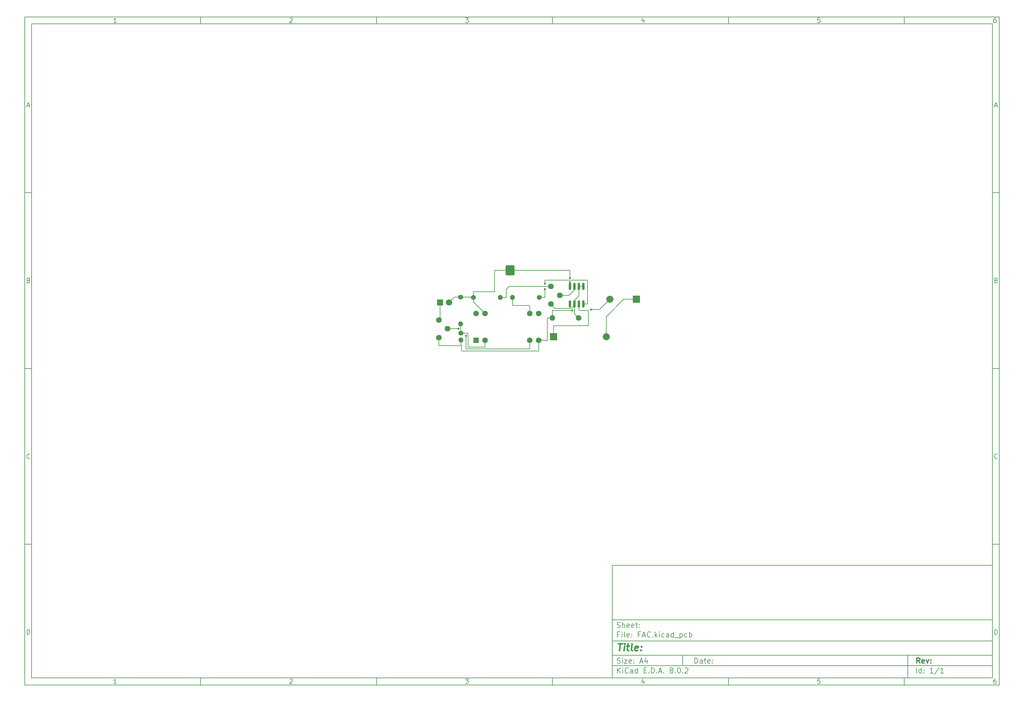
<source format=gbr>
%TF.GenerationSoftware,KiCad,Pcbnew,8.0.2*%
%TF.CreationDate,2024-06-13T18:36:30+05:30*%
%TF.ProjectId,FAC,4641432e-6b69-4636-9164-5f7063625858,rev?*%
%TF.SameCoordinates,Original*%
%TF.FileFunction,Copper,L1,Top*%
%TF.FilePolarity,Positive*%
%FSLAX46Y46*%
G04 Gerber Fmt 4.6, Leading zero omitted, Abs format (unit mm)*
G04 Created by KiCad (PCBNEW 8.0.2) date 2024-06-13 18:36:30*
%MOMM*%
%LPD*%
G01*
G04 APERTURE LIST*
G04 Aperture macros list*
%AMRoundRect*
0 Rectangle with rounded corners*
0 $1 Rounding radius*
0 $2 $3 $4 $5 $6 $7 $8 $9 X,Y pos of 4 corners*
0 Add a 4 corners polygon primitive as box body*
4,1,4,$2,$3,$4,$5,$6,$7,$8,$9,$2,$3,0*
0 Add four circle primitives for the rounded corners*
1,1,$1+$1,$2,$3*
1,1,$1+$1,$4,$5*
1,1,$1+$1,$6,$7*
1,1,$1+$1,$8,$9*
0 Add four rect primitives between the rounded corners*
20,1,$1+$1,$2,$3,$4,$5,0*
20,1,$1+$1,$4,$5,$6,$7,0*
20,1,$1+$1,$6,$7,$8,$9,0*
20,1,$1+$1,$8,$9,$2,$3,0*%
G04 Aperture macros list end*
%ADD10C,0.100000*%
%ADD11C,0.150000*%
%ADD12C,0.300000*%
%ADD13C,0.400000*%
%TA.AperFunction,ComponentPad*%
%ADD14R,1.600000X1.600000*%
%TD*%
%TA.AperFunction,ComponentPad*%
%ADD15C,1.600000*%
%TD*%
%TA.AperFunction,ComponentPad*%
%ADD16C,1.400000*%
%TD*%
%TA.AperFunction,ComponentPad*%
%ADD17O,1.400000X1.400000*%
%TD*%
%TA.AperFunction,ComponentPad*%
%ADD18R,1.800000X1.800000*%
%TD*%
%TA.AperFunction,ComponentPad*%
%ADD19C,1.800000*%
%TD*%
%TA.AperFunction,ComponentPad*%
%ADD20C,1.620000*%
%TD*%
%TA.AperFunction,SMDPad,CuDef*%
%ADD21RoundRect,0.150000X0.150000X-0.825000X0.150000X0.825000X-0.150000X0.825000X-0.150000X-0.825000X0*%
%TD*%
%TA.AperFunction,ComponentPad*%
%ADD22R,2.000000X2.000000*%
%TD*%
%TA.AperFunction,ComponentPad*%
%ADD23C,2.000000*%
%TD*%
%TA.AperFunction,ComponentPad*%
%ADD24O,2.000000X2.000000*%
%TD*%
%TA.AperFunction,ComponentPad*%
%ADD25RoundRect,0.250000X-0.980000X-1.150000X0.980000X-1.150000X0.980000X1.150000X-0.980000X1.150000X0*%
%TD*%
%TA.AperFunction,ComponentPad*%
%ADD26O,1.600000X1.600000*%
%TD*%
%TA.AperFunction,ViaPad*%
%ADD27C,0.600000*%
%TD*%
%TA.AperFunction,Conductor*%
%ADD28C,0.200000*%
%TD*%
G04 APERTURE END LIST*
D10*
D11*
X177002200Y-166007200D02*
X285002200Y-166007200D01*
X285002200Y-198007200D01*
X177002200Y-198007200D01*
X177002200Y-166007200D01*
D10*
D11*
X10000000Y-10000000D02*
X287002200Y-10000000D01*
X287002200Y-200007200D01*
X10000000Y-200007200D01*
X10000000Y-10000000D01*
D10*
D11*
X12000000Y-12000000D02*
X285002200Y-12000000D01*
X285002200Y-198007200D01*
X12000000Y-198007200D01*
X12000000Y-12000000D01*
D10*
D11*
X60000000Y-12000000D02*
X60000000Y-10000000D01*
D10*
D11*
X110000000Y-12000000D02*
X110000000Y-10000000D01*
D10*
D11*
X160000000Y-12000000D02*
X160000000Y-10000000D01*
D10*
D11*
X210000000Y-12000000D02*
X210000000Y-10000000D01*
D10*
D11*
X260000000Y-12000000D02*
X260000000Y-10000000D01*
D10*
D11*
X36089160Y-11593604D02*
X35346303Y-11593604D01*
X35717731Y-11593604D02*
X35717731Y-10293604D01*
X35717731Y-10293604D02*
X35593922Y-10479319D01*
X35593922Y-10479319D02*
X35470112Y-10603128D01*
X35470112Y-10603128D02*
X35346303Y-10665033D01*
D10*
D11*
X85346303Y-10417414D02*
X85408207Y-10355509D01*
X85408207Y-10355509D02*
X85532017Y-10293604D01*
X85532017Y-10293604D02*
X85841541Y-10293604D01*
X85841541Y-10293604D02*
X85965350Y-10355509D01*
X85965350Y-10355509D02*
X86027255Y-10417414D01*
X86027255Y-10417414D02*
X86089160Y-10541223D01*
X86089160Y-10541223D02*
X86089160Y-10665033D01*
X86089160Y-10665033D02*
X86027255Y-10850747D01*
X86027255Y-10850747D02*
X85284398Y-11593604D01*
X85284398Y-11593604D02*
X86089160Y-11593604D01*
D10*
D11*
X135284398Y-10293604D02*
X136089160Y-10293604D01*
X136089160Y-10293604D02*
X135655826Y-10788842D01*
X135655826Y-10788842D02*
X135841541Y-10788842D01*
X135841541Y-10788842D02*
X135965350Y-10850747D01*
X135965350Y-10850747D02*
X136027255Y-10912652D01*
X136027255Y-10912652D02*
X136089160Y-11036461D01*
X136089160Y-11036461D02*
X136089160Y-11345985D01*
X136089160Y-11345985D02*
X136027255Y-11469795D01*
X136027255Y-11469795D02*
X135965350Y-11531700D01*
X135965350Y-11531700D02*
X135841541Y-11593604D01*
X135841541Y-11593604D02*
X135470112Y-11593604D01*
X135470112Y-11593604D02*
X135346303Y-11531700D01*
X135346303Y-11531700D02*
X135284398Y-11469795D01*
D10*
D11*
X185965350Y-10726938D02*
X185965350Y-11593604D01*
X185655826Y-10231700D02*
X185346303Y-11160271D01*
X185346303Y-11160271D02*
X186151064Y-11160271D01*
D10*
D11*
X236027255Y-10293604D02*
X235408207Y-10293604D01*
X235408207Y-10293604D02*
X235346303Y-10912652D01*
X235346303Y-10912652D02*
X235408207Y-10850747D01*
X235408207Y-10850747D02*
X235532017Y-10788842D01*
X235532017Y-10788842D02*
X235841541Y-10788842D01*
X235841541Y-10788842D02*
X235965350Y-10850747D01*
X235965350Y-10850747D02*
X236027255Y-10912652D01*
X236027255Y-10912652D02*
X236089160Y-11036461D01*
X236089160Y-11036461D02*
X236089160Y-11345985D01*
X236089160Y-11345985D02*
X236027255Y-11469795D01*
X236027255Y-11469795D02*
X235965350Y-11531700D01*
X235965350Y-11531700D02*
X235841541Y-11593604D01*
X235841541Y-11593604D02*
X235532017Y-11593604D01*
X235532017Y-11593604D02*
X235408207Y-11531700D01*
X235408207Y-11531700D02*
X235346303Y-11469795D01*
D10*
D11*
X285965350Y-10293604D02*
X285717731Y-10293604D01*
X285717731Y-10293604D02*
X285593922Y-10355509D01*
X285593922Y-10355509D02*
X285532017Y-10417414D01*
X285532017Y-10417414D02*
X285408207Y-10603128D01*
X285408207Y-10603128D02*
X285346303Y-10850747D01*
X285346303Y-10850747D02*
X285346303Y-11345985D01*
X285346303Y-11345985D02*
X285408207Y-11469795D01*
X285408207Y-11469795D02*
X285470112Y-11531700D01*
X285470112Y-11531700D02*
X285593922Y-11593604D01*
X285593922Y-11593604D02*
X285841541Y-11593604D01*
X285841541Y-11593604D02*
X285965350Y-11531700D01*
X285965350Y-11531700D02*
X286027255Y-11469795D01*
X286027255Y-11469795D02*
X286089160Y-11345985D01*
X286089160Y-11345985D02*
X286089160Y-11036461D01*
X286089160Y-11036461D02*
X286027255Y-10912652D01*
X286027255Y-10912652D02*
X285965350Y-10850747D01*
X285965350Y-10850747D02*
X285841541Y-10788842D01*
X285841541Y-10788842D02*
X285593922Y-10788842D01*
X285593922Y-10788842D02*
X285470112Y-10850747D01*
X285470112Y-10850747D02*
X285408207Y-10912652D01*
X285408207Y-10912652D02*
X285346303Y-11036461D01*
D10*
D11*
X60000000Y-198007200D02*
X60000000Y-200007200D01*
D10*
D11*
X110000000Y-198007200D02*
X110000000Y-200007200D01*
D10*
D11*
X160000000Y-198007200D02*
X160000000Y-200007200D01*
D10*
D11*
X210000000Y-198007200D02*
X210000000Y-200007200D01*
D10*
D11*
X260000000Y-198007200D02*
X260000000Y-200007200D01*
D10*
D11*
X36089160Y-199600804D02*
X35346303Y-199600804D01*
X35717731Y-199600804D02*
X35717731Y-198300804D01*
X35717731Y-198300804D02*
X35593922Y-198486519D01*
X35593922Y-198486519D02*
X35470112Y-198610328D01*
X35470112Y-198610328D02*
X35346303Y-198672233D01*
D10*
D11*
X85346303Y-198424614D02*
X85408207Y-198362709D01*
X85408207Y-198362709D02*
X85532017Y-198300804D01*
X85532017Y-198300804D02*
X85841541Y-198300804D01*
X85841541Y-198300804D02*
X85965350Y-198362709D01*
X85965350Y-198362709D02*
X86027255Y-198424614D01*
X86027255Y-198424614D02*
X86089160Y-198548423D01*
X86089160Y-198548423D02*
X86089160Y-198672233D01*
X86089160Y-198672233D02*
X86027255Y-198857947D01*
X86027255Y-198857947D02*
X85284398Y-199600804D01*
X85284398Y-199600804D02*
X86089160Y-199600804D01*
D10*
D11*
X135284398Y-198300804D02*
X136089160Y-198300804D01*
X136089160Y-198300804D02*
X135655826Y-198796042D01*
X135655826Y-198796042D02*
X135841541Y-198796042D01*
X135841541Y-198796042D02*
X135965350Y-198857947D01*
X135965350Y-198857947D02*
X136027255Y-198919852D01*
X136027255Y-198919852D02*
X136089160Y-199043661D01*
X136089160Y-199043661D02*
X136089160Y-199353185D01*
X136089160Y-199353185D02*
X136027255Y-199476995D01*
X136027255Y-199476995D02*
X135965350Y-199538900D01*
X135965350Y-199538900D02*
X135841541Y-199600804D01*
X135841541Y-199600804D02*
X135470112Y-199600804D01*
X135470112Y-199600804D02*
X135346303Y-199538900D01*
X135346303Y-199538900D02*
X135284398Y-199476995D01*
D10*
D11*
X185965350Y-198734138D02*
X185965350Y-199600804D01*
X185655826Y-198238900D02*
X185346303Y-199167471D01*
X185346303Y-199167471D02*
X186151064Y-199167471D01*
D10*
D11*
X236027255Y-198300804D02*
X235408207Y-198300804D01*
X235408207Y-198300804D02*
X235346303Y-198919852D01*
X235346303Y-198919852D02*
X235408207Y-198857947D01*
X235408207Y-198857947D02*
X235532017Y-198796042D01*
X235532017Y-198796042D02*
X235841541Y-198796042D01*
X235841541Y-198796042D02*
X235965350Y-198857947D01*
X235965350Y-198857947D02*
X236027255Y-198919852D01*
X236027255Y-198919852D02*
X236089160Y-199043661D01*
X236089160Y-199043661D02*
X236089160Y-199353185D01*
X236089160Y-199353185D02*
X236027255Y-199476995D01*
X236027255Y-199476995D02*
X235965350Y-199538900D01*
X235965350Y-199538900D02*
X235841541Y-199600804D01*
X235841541Y-199600804D02*
X235532017Y-199600804D01*
X235532017Y-199600804D02*
X235408207Y-199538900D01*
X235408207Y-199538900D02*
X235346303Y-199476995D01*
D10*
D11*
X285965350Y-198300804D02*
X285717731Y-198300804D01*
X285717731Y-198300804D02*
X285593922Y-198362709D01*
X285593922Y-198362709D02*
X285532017Y-198424614D01*
X285532017Y-198424614D02*
X285408207Y-198610328D01*
X285408207Y-198610328D02*
X285346303Y-198857947D01*
X285346303Y-198857947D02*
X285346303Y-199353185D01*
X285346303Y-199353185D02*
X285408207Y-199476995D01*
X285408207Y-199476995D02*
X285470112Y-199538900D01*
X285470112Y-199538900D02*
X285593922Y-199600804D01*
X285593922Y-199600804D02*
X285841541Y-199600804D01*
X285841541Y-199600804D02*
X285965350Y-199538900D01*
X285965350Y-199538900D02*
X286027255Y-199476995D01*
X286027255Y-199476995D02*
X286089160Y-199353185D01*
X286089160Y-199353185D02*
X286089160Y-199043661D01*
X286089160Y-199043661D02*
X286027255Y-198919852D01*
X286027255Y-198919852D02*
X285965350Y-198857947D01*
X285965350Y-198857947D02*
X285841541Y-198796042D01*
X285841541Y-198796042D02*
X285593922Y-198796042D01*
X285593922Y-198796042D02*
X285470112Y-198857947D01*
X285470112Y-198857947D02*
X285408207Y-198919852D01*
X285408207Y-198919852D02*
X285346303Y-199043661D01*
D10*
D11*
X10000000Y-60000000D02*
X12000000Y-60000000D01*
D10*
D11*
X10000000Y-110000000D02*
X12000000Y-110000000D01*
D10*
D11*
X10000000Y-160000000D02*
X12000000Y-160000000D01*
D10*
D11*
X10690476Y-35222176D02*
X11309523Y-35222176D01*
X10566666Y-35593604D02*
X10999999Y-34293604D01*
X10999999Y-34293604D02*
X11433333Y-35593604D01*
D10*
D11*
X11092857Y-84912652D02*
X11278571Y-84974557D01*
X11278571Y-84974557D02*
X11340476Y-85036461D01*
X11340476Y-85036461D02*
X11402380Y-85160271D01*
X11402380Y-85160271D02*
X11402380Y-85345985D01*
X11402380Y-85345985D02*
X11340476Y-85469795D01*
X11340476Y-85469795D02*
X11278571Y-85531700D01*
X11278571Y-85531700D02*
X11154761Y-85593604D01*
X11154761Y-85593604D02*
X10659523Y-85593604D01*
X10659523Y-85593604D02*
X10659523Y-84293604D01*
X10659523Y-84293604D02*
X11092857Y-84293604D01*
X11092857Y-84293604D02*
X11216666Y-84355509D01*
X11216666Y-84355509D02*
X11278571Y-84417414D01*
X11278571Y-84417414D02*
X11340476Y-84541223D01*
X11340476Y-84541223D02*
X11340476Y-84665033D01*
X11340476Y-84665033D02*
X11278571Y-84788842D01*
X11278571Y-84788842D02*
X11216666Y-84850747D01*
X11216666Y-84850747D02*
X11092857Y-84912652D01*
X11092857Y-84912652D02*
X10659523Y-84912652D01*
D10*
D11*
X11402380Y-135469795D02*
X11340476Y-135531700D01*
X11340476Y-135531700D02*
X11154761Y-135593604D01*
X11154761Y-135593604D02*
X11030952Y-135593604D01*
X11030952Y-135593604D02*
X10845238Y-135531700D01*
X10845238Y-135531700D02*
X10721428Y-135407890D01*
X10721428Y-135407890D02*
X10659523Y-135284080D01*
X10659523Y-135284080D02*
X10597619Y-135036461D01*
X10597619Y-135036461D02*
X10597619Y-134850747D01*
X10597619Y-134850747D02*
X10659523Y-134603128D01*
X10659523Y-134603128D02*
X10721428Y-134479319D01*
X10721428Y-134479319D02*
X10845238Y-134355509D01*
X10845238Y-134355509D02*
X11030952Y-134293604D01*
X11030952Y-134293604D02*
X11154761Y-134293604D01*
X11154761Y-134293604D02*
X11340476Y-134355509D01*
X11340476Y-134355509D02*
X11402380Y-134417414D01*
D10*
D11*
X10659523Y-185593604D02*
X10659523Y-184293604D01*
X10659523Y-184293604D02*
X10969047Y-184293604D01*
X10969047Y-184293604D02*
X11154761Y-184355509D01*
X11154761Y-184355509D02*
X11278571Y-184479319D01*
X11278571Y-184479319D02*
X11340476Y-184603128D01*
X11340476Y-184603128D02*
X11402380Y-184850747D01*
X11402380Y-184850747D02*
X11402380Y-185036461D01*
X11402380Y-185036461D02*
X11340476Y-185284080D01*
X11340476Y-185284080D02*
X11278571Y-185407890D01*
X11278571Y-185407890D02*
X11154761Y-185531700D01*
X11154761Y-185531700D02*
X10969047Y-185593604D01*
X10969047Y-185593604D02*
X10659523Y-185593604D01*
D10*
D11*
X287002200Y-60000000D02*
X285002200Y-60000000D01*
D10*
D11*
X287002200Y-110000000D02*
X285002200Y-110000000D01*
D10*
D11*
X287002200Y-160000000D02*
X285002200Y-160000000D01*
D10*
D11*
X285692676Y-35222176D02*
X286311723Y-35222176D01*
X285568866Y-35593604D02*
X286002199Y-34293604D01*
X286002199Y-34293604D02*
X286435533Y-35593604D01*
D10*
D11*
X286095057Y-84912652D02*
X286280771Y-84974557D01*
X286280771Y-84974557D02*
X286342676Y-85036461D01*
X286342676Y-85036461D02*
X286404580Y-85160271D01*
X286404580Y-85160271D02*
X286404580Y-85345985D01*
X286404580Y-85345985D02*
X286342676Y-85469795D01*
X286342676Y-85469795D02*
X286280771Y-85531700D01*
X286280771Y-85531700D02*
X286156961Y-85593604D01*
X286156961Y-85593604D02*
X285661723Y-85593604D01*
X285661723Y-85593604D02*
X285661723Y-84293604D01*
X285661723Y-84293604D02*
X286095057Y-84293604D01*
X286095057Y-84293604D02*
X286218866Y-84355509D01*
X286218866Y-84355509D02*
X286280771Y-84417414D01*
X286280771Y-84417414D02*
X286342676Y-84541223D01*
X286342676Y-84541223D02*
X286342676Y-84665033D01*
X286342676Y-84665033D02*
X286280771Y-84788842D01*
X286280771Y-84788842D02*
X286218866Y-84850747D01*
X286218866Y-84850747D02*
X286095057Y-84912652D01*
X286095057Y-84912652D02*
X285661723Y-84912652D01*
D10*
D11*
X286404580Y-135469795D02*
X286342676Y-135531700D01*
X286342676Y-135531700D02*
X286156961Y-135593604D01*
X286156961Y-135593604D02*
X286033152Y-135593604D01*
X286033152Y-135593604D02*
X285847438Y-135531700D01*
X285847438Y-135531700D02*
X285723628Y-135407890D01*
X285723628Y-135407890D02*
X285661723Y-135284080D01*
X285661723Y-135284080D02*
X285599819Y-135036461D01*
X285599819Y-135036461D02*
X285599819Y-134850747D01*
X285599819Y-134850747D02*
X285661723Y-134603128D01*
X285661723Y-134603128D02*
X285723628Y-134479319D01*
X285723628Y-134479319D02*
X285847438Y-134355509D01*
X285847438Y-134355509D02*
X286033152Y-134293604D01*
X286033152Y-134293604D02*
X286156961Y-134293604D01*
X286156961Y-134293604D02*
X286342676Y-134355509D01*
X286342676Y-134355509D02*
X286404580Y-134417414D01*
D10*
D11*
X285661723Y-185593604D02*
X285661723Y-184293604D01*
X285661723Y-184293604D02*
X285971247Y-184293604D01*
X285971247Y-184293604D02*
X286156961Y-184355509D01*
X286156961Y-184355509D02*
X286280771Y-184479319D01*
X286280771Y-184479319D02*
X286342676Y-184603128D01*
X286342676Y-184603128D02*
X286404580Y-184850747D01*
X286404580Y-184850747D02*
X286404580Y-185036461D01*
X286404580Y-185036461D02*
X286342676Y-185284080D01*
X286342676Y-185284080D02*
X286280771Y-185407890D01*
X286280771Y-185407890D02*
X286156961Y-185531700D01*
X286156961Y-185531700D02*
X285971247Y-185593604D01*
X285971247Y-185593604D02*
X285661723Y-185593604D01*
D10*
D11*
X200458026Y-193793328D02*
X200458026Y-192293328D01*
X200458026Y-192293328D02*
X200815169Y-192293328D01*
X200815169Y-192293328D02*
X201029455Y-192364757D01*
X201029455Y-192364757D02*
X201172312Y-192507614D01*
X201172312Y-192507614D02*
X201243741Y-192650471D01*
X201243741Y-192650471D02*
X201315169Y-192936185D01*
X201315169Y-192936185D02*
X201315169Y-193150471D01*
X201315169Y-193150471D02*
X201243741Y-193436185D01*
X201243741Y-193436185D02*
X201172312Y-193579042D01*
X201172312Y-193579042D02*
X201029455Y-193721900D01*
X201029455Y-193721900D02*
X200815169Y-193793328D01*
X200815169Y-193793328D02*
X200458026Y-193793328D01*
X202600884Y-193793328D02*
X202600884Y-193007614D01*
X202600884Y-193007614D02*
X202529455Y-192864757D01*
X202529455Y-192864757D02*
X202386598Y-192793328D01*
X202386598Y-192793328D02*
X202100884Y-192793328D01*
X202100884Y-192793328D02*
X201958026Y-192864757D01*
X202600884Y-193721900D02*
X202458026Y-193793328D01*
X202458026Y-193793328D02*
X202100884Y-193793328D01*
X202100884Y-193793328D02*
X201958026Y-193721900D01*
X201958026Y-193721900D02*
X201886598Y-193579042D01*
X201886598Y-193579042D02*
X201886598Y-193436185D01*
X201886598Y-193436185D02*
X201958026Y-193293328D01*
X201958026Y-193293328D02*
X202100884Y-193221900D01*
X202100884Y-193221900D02*
X202458026Y-193221900D01*
X202458026Y-193221900D02*
X202600884Y-193150471D01*
X203100884Y-192793328D02*
X203672312Y-192793328D01*
X203315169Y-192293328D02*
X203315169Y-193579042D01*
X203315169Y-193579042D02*
X203386598Y-193721900D01*
X203386598Y-193721900D02*
X203529455Y-193793328D01*
X203529455Y-193793328D02*
X203672312Y-193793328D01*
X204743741Y-193721900D02*
X204600884Y-193793328D01*
X204600884Y-193793328D02*
X204315170Y-193793328D01*
X204315170Y-193793328D02*
X204172312Y-193721900D01*
X204172312Y-193721900D02*
X204100884Y-193579042D01*
X204100884Y-193579042D02*
X204100884Y-193007614D01*
X204100884Y-193007614D02*
X204172312Y-192864757D01*
X204172312Y-192864757D02*
X204315170Y-192793328D01*
X204315170Y-192793328D02*
X204600884Y-192793328D01*
X204600884Y-192793328D02*
X204743741Y-192864757D01*
X204743741Y-192864757D02*
X204815170Y-193007614D01*
X204815170Y-193007614D02*
X204815170Y-193150471D01*
X204815170Y-193150471D02*
X204100884Y-193293328D01*
X205458026Y-193650471D02*
X205529455Y-193721900D01*
X205529455Y-193721900D02*
X205458026Y-193793328D01*
X205458026Y-193793328D02*
X205386598Y-193721900D01*
X205386598Y-193721900D02*
X205458026Y-193650471D01*
X205458026Y-193650471D02*
X205458026Y-193793328D01*
X205458026Y-192864757D02*
X205529455Y-192936185D01*
X205529455Y-192936185D02*
X205458026Y-193007614D01*
X205458026Y-193007614D02*
X205386598Y-192936185D01*
X205386598Y-192936185D02*
X205458026Y-192864757D01*
X205458026Y-192864757D02*
X205458026Y-193007614D01*
D10*
D11*
X177002200Y-194507200D02*
X285002200Y-194507200D01*
D10*
D11*
X178458026Y-196593328D02*
X178458026Y-195093328D01*
X179315169Y-196593328D02*
X178672312Y-195736185D01*
X179315169Y-195093328D02*
X178458026Y-195950471D01*
X179958026Y-196593328D02*
X179958026Y-195593328D01*
X179958026Y-195093328D02*
X179886598Y-195164757D01*
X179886598Y-195164757D02*
X179958026Y-195236185D01*
X179958026Y-195236185D02*
X180029455Y-195164757D01*
X180029455Y-195164757D02*
X179958026Y-195093328D01*
X179958026Y-195093328D02*
X179958026Y-195236185D01*
X181529455Y-196450471D02*
X181458027Y-196521900D01*
X181458027Y-196521900D02*
X181243741Y-196593328D01*
X181243741Y-196593328D02*
X181100884Y-196593328D01*
X181100884Y-196593328D02*
X180886598Y-196521900D01*
X180886598Y-196521900D02*
X180743741Y-196379042D01*
X180743741Y-196379042D02*
X180672312Y-196236185D01*
X180672312Y-196236185D02*
X180600884Y-195950471D01*
X180600884Y-195950471D02*
X180600884Y-195736185D01*
X180600884Y-195736185D02*
X180672312Y-195450471D01*
X180672312Y-195450471D02*
X180743741Y-195307614D01*
X180743741Y-195307614D02*
X180886598Y-195164757D01*
X180886598Y-195164757D02*
X181100884Y-195093328D01*
X181100884Y-195093328D02*
X181243741Y-195093328D01*
X181243741Y-195093328D02*
X181458027Y-195164757D01*
X181458027Y-195164757D02*
X181529455Y-195236185D01*
X182815170Y-196593328D02*
X182815170Y-195807614D01*
X182815170Y-195807614D02*
X182743741Y-195664757D01*
X182743741Y-195664757D02*
X182600884Y-195593328D01*
X182600884Y-195593328D02*
X182315170Y-195593328D01*
X182315170Y-195593328D02*
X182172312Y-195664757D01*
X182815170Y-196521900D02*
X182672312Y-196593328D01*
X182672312Y-196593328D02*
X182315170Y-196593328D01*
X182315170Y-196593328D02*
X182172312Y-196521900D01*
X182172312Y-196521900D02*
X182100884Y-196379042D01*
X182100884Y-196379042D02*
X182100884Y-196236185D01*
X182100884Y-196236185D02*
X182172312Y-196093328D01*
X182172312Y-196093328D02*
X182315170Y-196021900D01*
X182315170Y-196021900D02*
X182672312Y-196021900D01*
X182672312Y-196021900D02*
X182815170Y-195950471D01*
X184172313Y-196593328D02*
X184172313Y-195093328D01*
X184172313Y-196521900D02*
X184029455Y-196593328D01*
X184029455Y-196593328D02*
X183743741Y-196593328D01*
X183743741Y-196593328D02*
X183600884Y-196521900D01*
X183600884Y-196521900D02*
X183529455Y-196450471D01*
X183529455Y-196450471D02*
X183458027Y-196307614D01*
X183458027Y-196307614D02*
X183458027Y-195879042D01*
X183458027Y-195879042D02*
X183529455Y-195736185D01*
X183529455Y-195736185D02*
X183600884Y-195664757D01*
X183600884Y-195664757D02*
X183743741Y-195593328D01*
X183743741Y-195593328D02*
X184029455Y-195593328D01*
X184029455Y-195593328D02*
X184172313Y-195664757D01*
X186029455Y-195807614D02*
X186529455Y-195807614D01*
X186743741Y-196593328D02*
X186029455Y-196593328D01*
X186029455Y-196593328D02*
X186029455Y-195093328D01*
X186029455Y-195093328D02*
X186743741Y-195093328D01*
X187386598Y-196450471D02*
X187458027Y-196521900D01*
X187458027Y-196521900D02*
X187386598Y-196593328D01*
X187386598Y-196593328D02*
X187315170Y-196521900D01*
X187315170Y-196521900D02*
X187386598Y-196450471D01*
X187386598Y-196450471D02*
X187386598Y-196593328D01*
X188100884Y-196593328D02*
X188100884Y-195093328D01*
X188100884Y-195093328D02*
X188458027Y-195093328D01*
X188458027Y-195093328D02*
X188672313Y-195164757D01*
X188672313Y-195164757D02*
X188815170Y-195307614D01*
X188815170Y-195307614D02*
X188886599Y-195450471D01*
X188886599Y-195450471D02*
X188958027Y-195736185D01*
X188958027Y-195736185D02*
X188958027Y-195950471D01*
X188958027Y-195950471D02*
X188886599Y-196236185D01*
X188886599Y-196236185D02*
X188815170Y-196379042D01*
X188815170Y-196379042D02*
X188672313Y-196521900D01*
X188672313Y-196521900D02*
X188458027Y-196593328D01*
X188458027Y-196593328D02*
X188100884Y-196593328D01*
X189600884Y-196450471D02*
X189672313Y-196521900D01*
X189672313Y-196521900D02*
X189600884Y-196593328D01*
X189600884Y-196593328D02*
X189529456Y-196521900D01*
X189529456Y-196521900D02*
X189600884Y-196450471D01*
X189600884Y-196450471D02*
X189600884Y-196593328D01*
X190243742Y-196164757D02*
X190958028Y-196164757D01*
X190100885Y-196593328D02*
X190600885Y-195093328D01*
X190600885Y-195093328D02*
X191100885Y-196593328D01*
X191600884Y-196450471D02*
X191672313Y-196521900D01*
X191672313Y-196521900D02*
X191600884Y-196593328D01*
X191600884Y-196593328D02*
X191529456Y-196521900D01*
X191529456Y-196521900D02*
X191600884Y-196450471D01*
X191600884Y-196450471D02*
X191600884Y-196593328D01*
X193672313Y-195736185D02*
X193529456Y-195664757D01*
X193529456Y-195664757D02*
X193458027Y-195593328D01*
X193458027Y-195593328D02*
X193386599Y-195450471D01*
X193386599Y-195450471D02*
X193386599Y-195379042D01*
X193386599Y-195379042D02*
X193458027Y-195236185D01*
X193458027Y-195236185D02*
X193529456Y-195164757D01*
X193529456Y-195164757D02*
X193672313Y-195093328D01*
X193672313Y-195093328D02*
X193958027Y-195093328D01*
X193958027Y-195093328D02*
X194100885Y-195164757D01*
X194100885Y-195164757D02*
X194172313Y-195236185D01*
X194172313Y-195236185D02*
X194243742Y-195379042D01*
X194243742Y-195379042D02*
X194243742Y-195450471D01*
X194243742Y-195450471D02*
X194172313Y-195593328D01*
X194172313Y-195593328D02*
X194100885Y-195664757D01*
X194100885Y-195664757D02*
X193958027Y-195736185D01*
X193958027Y-195736185D02*
X193672313Y-195736185D01*
X193672313Y-195736185D02*
X193529456Y-195807614D01*
X193529456Y-195807614D02*
X193458027Y-195879042D01*
X193458027Y-195879042D02*
X193386599Y-196021900D01*
X193386599Y-196021900D02*
X193386599Y-196307614D01*
X193386599Y-196307614D02*
X193458027Y-196450471D01*
X193458027Y-196450471D02*
X193529456Y-196521900D01*
X193529456Y-196521900D02*
X193672313Y-196593328D01*
X193672313Y-196593328D02*
X193958027Y-196593328D01*
X193958027Y-196593328D02*
X194100885Y-196521900D01*
X194100885Y-196521900D02*
X194172313Y-196450471D01*
X194172313Y-196450471D02*
X194243742Y-196307614D01*
X194243742Y-196307614D02*
X194243742Y-196021900D01*
X194243742Y-196021900D02*
X194172313Y-195879042D01*
X194172313Y-195879042D02*
X194100885Y-195807614D01*
X194100885Y-195807614D02*
X193958027Y-195736185D01*
X194886598Y-196450471D02*
X194958027Y-196521900D01*
X194958027Y-196521900D02*
X194886598Y-196593328D01*
X194886598Y-196593328D02*
X194815170Y-196521900D01*
X194815170Y-196521900D02*
X194886598Y-196450471D01*
X194886598Y-196450471D02*
X194886598Y-196593328D01*
X195886599Y-195093328D02*
X196029456Y-195093328D01*
X196029456Y-195093328D02*
X196172313Y-195164757D01*
X196172313Y-195164757D02*
X196243742Y-195236185D01*
X196243742Y-195236185D02*
X196315170Y-195379042D01*
X196315170Y-195379042D02*
X196386599Y-195664757D01*
X196386599Y-195664757D02*
X196386599Y-196021900D01*
X196386599Y-196021900D02*
X196315170Y-196307614D01*
X196315170Y-196307614D02*
X196243742Y-196450471D01*
X196243742Y-196450471D02*
X196172313Y-196521900D01*
X196172313Y-196521900D02*
X196029456Y-196593328D01*
X196029456Y-196593328D02*
X195886599Y-196593328D01*
X195886599Y-196593328D02*
X195743742Y-196521900D01*
X195743742Y-196521900D02*
X195672313Y-196450471D01*
X195672313Y-196450471D02*
X195600884Y-196307614D01*
X195600884Y-196307614D02*
X195529456Y-196021900D01*
X195529456Y-196021900D02*
X195529456Y-195664757D01*
X195529456Y-195664757D02*
X195600884Y-195379042D01*
X195600884Y-195379042D02*
X195672313Y-195236185D01*
X195672313Y-195236185D02*
X195743742Y-195164757D01*
X195743742Y-195164757D02*
X195886599Y-195093328D01*
X197029455Y-196450471D02*
X197100884Y-196521900D01*
X197100884Y-196521900D02*
X197029455Y-196593328D01*
X197029455Y-196593328D02*
X196958027Y-196521900D01*
X196958027Y-196521900D02*
X197029455Y-196450471D01*
X197029455Y-196450471D02*
X197029455Y-196593328D01*
X197672313Y-195236185D02*
X197743741Y-195164757D01*
X197743741Y-195164757D02*
X197886599Y-195093328D01*
X197886599Y-195093328D02*
X198243741Y-195093328D01*
X198243741Y-195093328D02*
X198386599Y-195164757D01*
X198386599Y-195164757D02*
X198458027Y-195236185D01*
X198458027Y-195236185D02*
X198529456Y-195379042D01*
X198529456Y-195379042D02*
X198529456Y-195521900D01*
X198529456Y-195521900D02*
X198458027Y-195736185D01*
X198458027Y-195736185D02*
X197600884Y-196593328D01*
X197600884Y-196593328D02*
X198529456Y-196593328D01*
D10*
D11*
X177002200Y-191507200D02*
X285002200Y-191507200D01*
D10*
D12*
X264413853Y-193785528D02*
X263913853Y-193071242D01*
X263556710Y-193785528D02*
X263556710Y-192285528D01*
X263556710Y-192285528D02*
X264128139Y-192285528D01*
X264128139Y-192285528D02*
X264270996Y-192356957D01*
X264270996Y-192356957D02*
X264342425Y-192428385D01*
X264342425Y-192428385D02*
X264413853Y-192571242D01*
X264413853Y-192571242D02*
X264413853Y-192785528D01*
X264413853Y-192785528D02*
X264342425Y-192928385D01*
X264342425Y-192928385D02*
X264270996Y-192999814D01*
X264270996Y-192999814D02*
X264128139Y-193071242D01*
X264128139Y-193071242D02*
X263556710Y-193071242D01*
X265628139Y-193714100D02*
X265485282Y-193785528D01*
X265485282Y-193785528D02*
X265199568Y-193785528D01*
X265199568Y-193785528D02*
X265056710Y-193714100D01*
X265056710Y-193714100D02*
X264985282Y-193571242D01*
X264985282Y-193571242D02*
X264985282Y-192999814D01*
X264985282Y-192999814D02*
X265056710Y-192856957D01*
X265056710Y-192856957D02*
X265199568Y-192785528D01*
X265199568Y-192785528D02*
X265485282Y-192785528D01*
X265485282Y-192785528D02*
X265628139Y-192856957D01*
X265628139Y-192856957D02*
X265699568Y-192999814D01*
X265699568Y-192999814D02*
X265699568Y-193142671D01*
X265699568Y-193142671D02*
X264985282Y-193285528D01*
X266199567Y-192785528D02*
X266556710Y-193785528D01*
X266556710Y-193785528D02*
X266913853Y-192785528D01*
X267485281Y-193642671D02*
X267556710Y-193714100D01*
X267556710Y-193714100D02*
X267485281Y-193785528D01*
X267485281Y-193785528D02*
X267413853Y-193714100D01*
X267413853Y-193714100D02*
X267485281Y-193642671D01*
X267485281Y-193642671D02*
X267485281Y-193785528D01*
X267485281Y-192856957D02*
X267556710Y-192928385D01*
X267556710Y-192928385D02*
X267485281Y-192999814D01*
X267485281Y-192999814D02*
X267413853Y-192928385D01*
X267413853Y-192928385D02*
X267485281Y-192856957D01*
X267485281Y-192856957D02*
X267485281Y-192999814D01*
D10*
D11*
X178386598Y-193721900D02*
X178600884Y-193793328D01*
X178600884Y-193793328D02*
X178958026Y-193793328D01*
X178958026Y-193793328D02*
X179100884Y-193721900D01*
X179100884Y-193721900D02*
X179172312Y-193650471D01*
X179172312Y-193650471D02*
X179243741Y-193507614D01*
X179243741Y-193507614D02*
X179243741Y-193364757D01*
X179243741Y-193364757D02*
X179172312Y-193221900D01*
X179172312Y-193221900D02*
X179100884Y-193150471D01*
X179100884Y-193150471D02*
X178958026Y-193079042D01*
X178958026Y-193079042D02*
X178672312Y-193007614D01*
X178672312Y-193007614D02*
X178529455Y-192936185D01*
X178529455Y-192936185D02*
X178458026Y-192864757D01*
X178458026Y-192864757D02*
X178386598Y-192721900D01*
X178386598Y-192721900D02*
X178386598Y-192579042D01*
X178386598Y-192579042D02*
X178458026Y-192436185D01*
X178458026Y-192436185D02*
X178529455Y-192364757D01*
X178529455Y-192364757D02*
X178672312Y-192293328D01*
X178672312Y-192293328D02*
X179029455Y-192293328D01*
X179029455Y-192293328D02*
X179243741Y-192364757D01*
X179886597Y-193793328D02*
X179886597Y-192793328D01*
X179886597Y-192293328D02*
X179815169Y-192364757D01*
X179815169Y-192364757D02*
X179886597Y-192436185D01*
X179886597Y-192436185D02*
X179958026Y-192364757D01*
X179958026Y-192364757D02*
X179886597Y-192293328D01*
X179886597Y-192293328D02*
X179886597Y-192436185D01*
X180458026Y-192793328D02*
X181243741Y-192793328D01*
X181243741Y-192793328D02*
X180458026Y-193793328D01*
X180458026Y-193793328D02*
X181243741Y-193793328D01*
X182386598Y-193721900D02*
X182243741Y-193793328D01*
X182243741Y-193793328D02*
X181958027Y-193793328D01*
X181958027Y-193793328D02*
X181815169Y-193721900D01*
X181815169Y-193721900D02*
X181743741Y-193579042D01*
X181743741Y-193579042D02*
X181743741Y-193007614D01*
X181743741Y-193007614D02*
X181815169Y-192864757D01*
X181815169Y-192864757D02*
X181958027Y-192793328D01*
X181958027Y-192793328D02*
X182243741Y-192793328D01*
X182243741Y-192793328D02*
X182386598Y-192864757D01*
X182386598Y-192864757D02*
X182458027Y-193007614D01*
X182458027Y-193007614D02*
X182458027Y-193150471D01*
X182458027Y-193150471D02*
X181743741Y-193293328D01*
X183100883Y-193650471D02*
X183172312Y-193721900D01*
X183172312Y-193721900D02*
X183100883Y-193793328D01*
X183100883Y-193793328D02*
X183029455Y-193721900D01*
X183029455Y-193721900D02*
X183100883Y-193650471D01*
X183100883Y-193650471D02*
X183100883Y-193793328D01*
X183100883Y-192864757D02*
X183172312Y-192936185D01*
X183172312Y-192936185D02*
X183100883Y-193007614D01*
X183100883Y-193007614D02*
X183029455Y-192936185D01*
X183029455Y-192936185D02*
X183100883Y-192864757D01*
X183100883Y-192864757D02*
X183100883Y-193007614D01*
X184886598Y-193364757D02*
X185600884Y-193364757D01*
X184743741Y-193793328D02*
X185243741Y-192293328D01*
X185243741Y-192293328D02*
X185743741Y-193793328D01*
X186886598Y-192793328D02*
X186886598Y-193793328D01*
X186529455Y-192221900D02*
X186172312Y-193293328D01*
X186172312Y-193293328D02*
X187100883Y-193293328D01*
D10*
D11*
X263458026Y-196593328D02*
X263458026Y-195093328D01*
X264815170Y-196593328D02*
X264815170Y-195093328D01*
X264815170Y-196521900D02*
X264672312Y-196593328D01*
X264672312Y-196593328D02*
X264386598Y-196593328D01*
X264386598Y-196593328D02*
X264243741Y-196521900D01*
X264243741Y-196521900D02*
X264172312Y-196450471D01*
X264172312Y-196450471D02*
X264100884Y-196307614D01*
X264100884Y-196307614D02*
X264100884Y-195879042D01*
X264100884Y-195879042D02*
X264172312Y-195736185D01*
X264172312Y-195736185D02*
X264243741Y-195664757D01*
X264243741Y-195664757D02*
X264386598Y-195593328D01*
X264386598Y-195593328D02*
X264672312Y-195593328D01*
X264672312Y-195593328D02*
X264815170Y-195664757D01*
X265529455Y-196450471D02*
X265600884Y-196521900D01*
X265600884Y-196521900D02*
X265529455Y-196593328D01*
X265529455Y-196593328D02*
X265458027Y-196521900D01*
X265458027Y-196521900D02*
X265529455Y-196450471D01*
X265529455Y-196450471D02*
X265529455Y-196593328D01*
X265529455Y-195664757D02*
X265600884Y-195736185D01*
X265600884Y-195736185D02*
X265529455Y-195807614D01*
X265529455Y-195807614D02*
X265458027Y-195736185D01*
X265458027Y-195736185D02*
X265529455Y-195664757D01*
X265529455Y-195664757D02*
X265529455Y-195807614D01*
X268172313Y-196593328D02*
X267315170Y-196593328D01*
X267743741Y-196593328D02*
X267743741Y-195093328D01*
X267743741Y-195093328D02*
X267600884Y-195307614D01*
X267600884Y-195307614D02*
X267458027Y-195450471D01*
X267458027Y-195450471D02*
X267315170Y-195521900D01*
X269886598Y-195021900D02*
X268600884Y-196950471D01*
X271172313Y-196593328D02*
X270315170Y-196593328D01*
X270743741Y-196593328D02*
X270743741Y-195093328D01*
X270743741Y-195093328D02*
X270600884Y-195307614D01*
X270600884Y-195307614D02*
X270458027Y-195450471D01*
X270458027Y-195450471D02*
X270315170Y-195521900D01*
D10*
D11*
X177002200Y-187507200D02*
X285002200Y-187507200D01*
D10*
D13*
X178693928Y-188211638D02*
X179836785Y-188211638D01*
X179015357Y-190211638D02*
X179265357Y-188211638D01*
X180253452Y-190211638D02*
X180420119Y-188878304D01*
X180503452Y-188211638D02*
X180396309Y-188306876D01*
X180396309Y-188306876D02*
X180479643Y-188402114D01*
X180479643Y-188402114D02*
X180586786Y-188306876D01*
X180586786Y-188306876D02*
X180503452Y-188211638D01*
X180503452Y-188211638D02*
X180479643Y-188402114D01*
X181086786Y-188878304D02*
X181848690Y-188878304D01*
X181455833Y-188211638D02*
X181241548Y-189925923D01*
X181241548Y-189925923D02*
X181312976Y-190116400D01*
X181312976Y-190116400D02*
X181491548Y-190211638D01*
X181491548Y-190211638D02*
X181682024Y-190211638D01*
X182634405Y-190211638D02*
X182455833Y-190116400D01*
X182455833Y-190116400D02*
X182384405Y-189925923D01*
X182384405Y-189925923D02*
X182598690Y-188211638D01*
X184170119Y-190116400D02*
X183967738Y-190211638D01*
X183967738Y-190211638D02*
X183586785Y-190211638D01*
X183586785Y-190211638D02*
X183408214Y-190116400D01*
X183408214Y-190116400D02*
X183336785Y-189925923D01*
X183336785Y-189925923D02*
X183432024Y-189164019D01*
X183432024Y-189164019D02*
X183551071Y-188973542D01*
X183551071Y-188973542D02*
X183753452Y-188878304D01*
X183753452Y-188878304D02*
X184134404Y-188878304D01*
X184134404Y-188878304D02*
X184312976Y-188973542D01*
X184312976Y-188973542D02*
X184384404Y-189164019D01*
X184384404Y-189164019D02*
X184360595Y-189354495D01*
X184360595Y-189354495D02*
X183384404Y-189544971D01*
X185134405Y-190021161D02*
X185217738Y-190116400D01*
X185217738Y-190116400D02*
X185110595Y-190211638D01*
X185110595Y-190211638D02*
X185027262Y-190116400D01*
X185027262Y-190116400D02*
X185134405Y-190021161D01*
X185134405Y-190021161D02*
X185110595Y-190211638D01*
X185265357Y-188973542D02*
X185348690Y-189068780D01*
X185348690Y-189068780D02*
X185241548Y-189164019D01*
X185241548Y-189164019D02*
X185158214Y-189068780D01*
X185158214Y-189068780D02*
X185265357Y-188973542D01*
X185265357Y-188973542D02*
X185241548Y-189164019D01*
D10*
D11*
X178958026Y-185607614D02*
X178458026Y-185607614D01*
X178458026Y-186393328D02*
X178458026Y-184893328D01*
X178458026Y-184893328D02*
X179172312Y-184893328D01*
X179743740Y-186393328D02*
X179743740Y-185393328D01*
X179743740Y-184893328D02*
X179672312Y-184964757D01*
X179672312Y-184964757D02*
X179743740Y-185036185D01*
X179743740Y-185036185D02*
X179815169Y-184964757D01*
X179815169Y-184964757D02*
X179743740Y-184893328D01*
X179743740Y-184893328D02*
X179743740Y-185036185D01*
X180672312Y-186393328D02*
X180529455Y-186321900D01*
X180529455Y-186321900D02*
X180458026Y-186179042D01*
X180458026Y-186179042D02*
X180458026Y-184893328D01*
X181815169Y-186321900D02*
X181672312Y-186393328D01*
X181672312Y-186393328D02*
X181386598Y-186393328D01*
X181386598Y-186393328D02*
X181243740Y-186321900D01*
X181243740Y-186321900D02*
X181172312Y-186179042D01*
X181172312Y-186179042D02*
X181172312Y-185607614D01*
X181172312Y-185607614D02*
X181243740Y-185464757D01*
X181243740Y-185464757D02*
X181386598Y-185393328D01*
X181386598Y-185393328D02*
X181672312Y-185393328D01*
X181672312Y-185393328D02*
X181815169Y-185464757D01*
X181815169Y-185464757D02*
X181886598Y-185607614D01*
X181886598Y-185607614D02*
X181886598Y-185750471D01*
X181886598Y-185750471D02*
X181172312Y-185893328D01*
X182529454Y-186250471D02*
X182600883Y-186321900D01*
X182600883Y-186321900D02*
X182529454Y-186393328D01*
X182529454Y-186393328D02*
X182458026Y-186321900D01*
X182458026Y-186321900D02*
X182529454Y-186250471D01*
X182529454Y-186250471D02*
X182529454Y-186393328D01*
X182529454Y-185464757D02*
X182600883Y-185536185D01*
X182600883Y-185536185D02*
X182529454Y-185607614D01*
X182529454Y-185607614D02*
X182458026Y-185536185D01*
X182458026Y-185536185D02*
X182529454Y-185464757D01*
X182529454Y-185464757D02*
X182529454Y-185607614D01*
X184886597Y-185607614D02*
X184386597Y-185607614D01*
X184386597Y-186393328D02*
X184386597Y-184893328D01*
X184386597Y-184893328D02*
X185100883Y-184893328D01*
X185600883Y-185964757D02*
X186315169Y-185964757D01*
X185458026Y-186393328D02*
X185958026Y-184893328D01*
X185958026Y-184893328D02*
X186458026Y-186393328D01*
X187815168Y-186250471D02*
X187743740Y-186321900D01*
X187743740Y-186321900D02*
X187529454Y-186393328D01*
X187529454Y-186393328D02*
X187386597Y-186393328D01*
X187386597Y-186393328D02*
X187172311Y-186321900D01*
X187172311Y-186321900D02*
X187029454Y-186179042D01*
X187029454Y-186179042D02*
X186958025Y-186036185D01*
X186958025Y-186036185D02*
X186886597Y-185750471D01*
X186886597Y-185750471D02*
X186886597Y-185536185D01*
X186886597Y-185536185D02*
X186958025Y-185250471D01*
X186958025Y-185250471D02*
X187029454Y-185107614D01*
X187029454Y-185107614D02*
X187172311Y-184964757D01*
X187172311Y-184964757D02*
X187386597Y-184893328D01*
X187386597Y-184893328D02*
X187529454Y-184893328D01*
X187529454Y-184893328D02*
X187743740Y-184964757D01*
X187743740Y-184964757D02*
X187815168Y-185036185D01*
X188458025Y-186250471D02*
X188529454Y-186321900D01*
X188529454Y-186321900D02*
X188458025Y-186393328D01*
X188458025Y-186393328D02*
X188386597Y-186321900D01*
X188386597Y-186321900D02*
X188458025Y-186250471D01*
X188458025Y-186250471D02*
X188458025Y-186393328D01*
X189172311Y-186393328D02*
X189172311Y-184893328D01*
X189315169Y-185821900D02*
X189743740Y-186393328D01*
X189743740Y-185393328D02*
X189172311Y-185964757D01*
X190386597Y-186393328D02*
X190386597Y-185393328D01*
X190386597Y-184893328D02*
X190315169Y-184964757D01*
X190315169Y-184964757D02*
X190386597Y-185036185D01*
X190386597Y-185036185D02*
X190458026Y-184964757D01*
X190458026Y-184964757D02*
X190386597Y-184893328D01*
X190386597Y-184893328D02*
X190386597Y-185036185D01*
X191743741Y-186321900D02*
X191600883Y-186393328D01*
X191600883Y-186393328D02*
X191315169Y-186393328D01*
X191315169Y-186393328D02*
X191172312Y-186321900D01*
X191172312Y-186321900D02*
X191100883Y-186250471D01*
X191100883Y-186250471D02*
X191029455Y-186107614D01*
X191029455Y-186107614D02*
X191029455Y-185679042D01*
X191029455Y-185679042D02*
X191100883Y-185536185D01*
X191100883Y-185536185D02*
X191172312Y-185464757D01*
X191172312Y-185464757D02*
X191315169Y-185393328D01*
X191315169Y-185393328D02*
X191600883Y-185393328D01*
X191600883Y-185393328D02*
X191743741Y-185464757D01*
X193029455Y-186393328D02*
X193029455Y-185607614D01*
X193029455Y-185607614D02*
X192958026Y-185464757D01*
X192958026Y-185464757D02*
X192815169Y-185393328D01*
X192815169Y-185393328D02*
X192529455Y-185393328D01*
X192529455Y-185393328D02*
X192386597Y-185464757D01*
X193029455Y-186321900D02*
X192886597Y-186393328D01*
X192886597Y-186393328D02*
X192529455Y-186393328D01*
X192529455Y-186393328D02*
X192386597Y-186321900D01*
X192386597Y-186321900D02*
X192315169Y-186179042D01*
X192315169Y-186179042D02*
X192315169Y-186036185D01*
X192315169Y-186036185D02*
X192386597Y-185893328D01*
X192386597Y-185893328D02*
X192529455Y-185821900D01*
X192529455Y-185821900D02*
X192886597Y-185821900D01*
X192886597Y-185821900D02*
X193029455Y-185750471D01*
X194386598Y-186393328D02*
X194386598Y-184893328D01*
X194386598Y-186321900D02*
X194243740Y-186393328D01*
X194243740Y-186393328D02*
X193958026Y-186393328D01*
X193958026Y-186393328D02*
X193815169Y-186321900D01*
X193815169Y-186321900D02*
X193743740Y-186250471D01*
X193743740Y-186250471D02*
X193672312Y-186107614D01*
X193672312Y-186107614D02*
X193672312Y-185679042D01*
X193672312Y-185679042D02*
X193743740Y-185536185D01*
X193743740Y-185536185D02*
X193815169Y-185464757D01*
X193815169Y-185464757D02*
X193958026Y-185393328D01*
X193958026Y-185393328D02*
X194243740Y-185393328D01*
X194243740Y-185393328D02*
X194386598Y-185464757D01*
X194743741Y-186536185D02*
X195886598Y-186536185D01*
X196243740Y-185393328D02*
X196243740Y-186893328D01*
X196243740Y-185464757D02*
X196386598Y-185393328D01*
X196386598Y-185393328D02*
X196672312Y-185393328D01*
X196672312Y-185393328D02*
X196815169Y-185464757D01*
X196815169Y-185464757D02*
X196886598Y-185536185D01*
X196886598Y-185536185D02*
X196958026Y-185679042D01*
X196958026Y-185679042D02*
X196958026Y-186107614D01*
X196958026Y-186107614D02*
X196886598Y-186250471D01*
X196886598Y-186250471D02*
X196815169Y-186321900D01*
X196815169Y-186321900D02*
X196672312Y-186393328D01*
X196672312Y-186393328D02*
X196386598Y-186393328D01*
X196386598Y-186393328D02*
X196243740Y-186321900D01*
X198243741Y-186321900D02*
X198100883Y-186393328D01*
X198100883Y-186393328D02*
X197815169Y-186393328D01*
X197815169Y-186393328D02*
X197672312Y-186321900D01*
X197672312Y-186321900D02*
X197600883Y-186250471D01*
X197600883Y-186250471D02*
X197529455Y-186107614D01*
X197529455Y-186107614D02*
X197529455Y-185679042D01*
X197529455Y-185679042D02*
X197600883Y-185536185D01*
X197600883Y-185536185D02*
X197672312Y-185464757D01*
X197672312Y-185464757D02*
X197815169Y-185393328D01*
X197815169Y-185393328D02*
X198100883Y-185393328D01*
X198100883Y-185393328D02*
X198243741Y-185464757D01*
X198886597Y-186393328D02*
X198886597Y-184893328D01*
X198886597Y-185464757D02*
X199029455Y-185393328D01*
X199029455Y-185393328D02*
X199315169Y-185393328D01*
X199315169Y-185393328D02*
X199458026Y-185464757D01*
X199458026Y-185464757D02*
X199529455Y-185536185D01*
X199529455Y-185536185D02*
X199600883Y-185679042D01*
X199600883Y-185679042D02*
X199600883Y-186107614D01*
X199600883Y-186107614D02*
X199529455Y-186250471D01*
X199529455Y-186250471D02*
X199458026Y-186321900D01*
X199458026Y-186321900D02*
X199315169Y-186393328D01*
X199315169Y-186393328D02*
X199029455Y-186393328D01*
X199029455Y-186393328D02*
X198886597Y-186321900D01*
D10*
D11*
X177002200Y-181507200D02*
X285002200Y-181507200D01*
D10*
D11*
X178386598Y-183621900D02*
X178600884Y-183693328D01*
X178600884Y-183693328D02*
X178958026Y-183693328D01*
X178958026Y-183693328D02*
X179100884Y-183621900D01*
X179100884Y-183621900D02*
X179172312Y-183550471D01*
X179172312Y-183550471D02*
X179243741Y-183407614D01*
X179243741Y-183407614D02*
X179243741Y-183264757D01*
X179243741Y-183264757D02*
X179172312Y-183121900D01*
X179172312Y-183121900D02*
X179100884Y-183050471D01*
X179100884Y-183050471D02*
X178958026Y-182979042D01*
X178958026Y-182979042D02*
X178672312Y-182907614D01*
X178672312Y-182907614D02*
X178529455Y-182836185D01*
X178529455Y-182836185D02*
X178458026Y-182764757D01*
X178458026Y-182764757D02*
X178386598Y-182621900D01*
X178386598Y-182621900D02*
X178386598Y-182479042D01*
X178386598Y-182479042D02*
X178458026Y-182336185D01*
X178458026Y-182336185D02*
X178529455Y-182264757D01*
X178529455Y-182264757D02*
X178672312Y-182193328D01*
X178672312Y-182193328D02*
X179029455Y-182193328D01*
X179029455Y-182193328D02*
X179243741Y-182264757D01*
X179886597Y-183693328D02*
X179886597Y-182193328D01*
X180529455Y-183693328D02*
X180529455Y-182907614D01*
X180529455Y-182907614D02*
X180458026Y-182764757D01*
X180458026Y-182764757D02*
X180315169Y-182693328D01*
X180315169Y-182693328D02*
X180100883Y-182693328D01*
X180100883Y-182693328D02*
X179958026Y-182764757D01*
X179958026Y-182764757D02*
X179886597Y-182836185D01*
X181815169Y-183621900D02*
X181672312Y-183693328D01*
X181672312Y-183693328D02*
X181386598Y-183693328D01*
X181386598Y-183693328D02*
X181243740Y-183621900D01*
X181243740Y-183621900D02*
X181172312Y-183479042D01*
X181172312Y-183479042D02*
X181172312Y-182907614D01*
X181172312Y-182907614D02*
X181243740Y-182764757D01*
X181243740Y-182764757D02*
X181386598Y-182693328D01*
X181386598Y-182693328D02*
X181672312Y-182693328D01*
X181672312Y-182693328D02*
X181815169Y-182764757D01*
X181815169Y-182764757D02*
X181886598Y-182907614D01*
X181886598Y-182907614D02*
X181886598Y-183050471D01*
X181886598Y-183050471D02*
X181172312Y-183193328D01*
X183100883Y-183621900D02*
X182958026Y-183693328D01*
X182958026Y-183693328D02*
X182672312Y-183693328D01*
X182672312Y-183693328D02*
X182529454Y-183621900D01*
X182529454Y-183621900D02*
X182458026Y-183479042D01*
X182458026Y-183479042D02*
X182458026Y-182907614D01*
X182458026Y-182907614D02*
X182529454Y-182764757D01*
X182529454Y-182764757D02*
X182672312Y-182693328D01*
X182672312Y-182693328D02*
X182958026Y-182693328D01*
X182958026Y-182693328D02*
X183100883Y-182764757D01*
X183100883Y-182764757D02*
X183172312Y-182907614D01*
X183172312Y-182907614D02*
X183172312Y-183050471D01*
X183172312Y-183050471D02*
X182458026Y-183193328D01*
X183600883Y-182693328D02*
X184172311Y-182693328D01*
X183815168Y-182193328D02*
X183815168Y-183479042D01*
X183815168Y-183479042D02*
X183886597Y-183621900D01*
X183886597Y-183621900D02*
X184029454Y-183693328D01*
X184029454Y-183693328D02*
X184172311Y-183693328D01*
X184672311Y-183550471D02*
X184743740Y-183621900D01*
X184743740Y-183621900D02*
X184672311Y-183693328D01*
X184672311Y-183693328D02*
X184600883Y-183621900D01*
X184600883Y-183621900D02*
X184672311Y-183550471D01*
X184672311Y-183550471D02*
X184672311Y-183693328D01*
X184672311Y-182764757D02*
X184743740Y-182836185D01*
X184743740Y-182836185D02*
X184672311Y-182907614D01*
X184672311Y-182907614D02*
X184600883Y-182836185D01*
X184600883Y-182836185D02*
X184672311Y-182764757D01*
X184672311Y-182764757D02*
X184672311Y-182907614D01*
D10*
D11*
X197002200Y-191507200D02*
X197002200Y-194507200D01*
D10*
D11*
X261002200Y-191507200D02*
X261002200Y-198007200D01*
D14*
%TO.P,U1,1,NULL*%
%TO.N,unconnected-(U1-NULL-Pad1)*%
X138303000Y-101976000D03*
D15*
%TO.P,U1,2,-*%
%TO.N,Net-(U1--)*%
X140843000Y-101976000D03*
%TO.P,U1,3,+*%
%TO.N,Net-(U1-+)*%
X153543000Y-101976000D03*
%TO.P,U1,4,V-*%
%TO.N,Net-(BZ1--)*%
X156083000Y-101976000D03*
%TO.P,U1,5,NULL*%
%TO.N,unconnected-(U1-NULL-Pad5)*%
X156083000Y-94356000D03*
%TO.P,U1,6*%
%TO.N,Net-(D2A-K)*%
X153543000Y-94356000D03*
%TO.P,U1,7,V+*%
%TO.N,Net-(D1-A)*%
X140843000Y-94356000D03*
%TO.P,U1,8,NC*%
%TO.N,unconnected-(U1-NC-Pad8)*%
X138303000Y-94356000D03*
%TD*%
D16*
%TO.P,TH1,1*%
%TO.N,Net-(U1--)*%
X133985000Y-99954000D03*
D17*
%TO.P,TH1,2*%
%TO.N,Net-(BZ1--)*%
X133985000Y-101854000D03*
%TD*%
D18*
%TO.P,D1,1,K*%
%TO.N,Net-(D1-K)*%
X128016000Y-91186000D03*
D19*
%TO.P,D1,2,A*%
%TO.N,Net-(D1-A)*%
X130556000Y-91186000D03*
%TD*%
D20*
%TO.P,RV1,1,1*%
%TO.N,Net-(D1-K)*%
X127675000Y-96179000D03*
%TO.P,RV1,2,2*%
%TO.N,Net-(U1-+)*%
X130175000Y-98679000D03*
%TO.P,RV1,3,3*%
%TO.N,Net-(BZ1--)*%
X127675000Y-101179000D03*
%TD*%
D16*
%TO.P,D2,1,A*%
%TO.N,Net-(D2A-A)*%
X156210000Y-89789000D03*
D17*
%TO.P,D2,2,K*%
%TO.N,Net-(D2A-K)*%
X148590000Y-89789000D03*
%TD*%
D20*
%TO.P,RV2,1,1*%
%TO.N,Net-(R2-Pad2)*%
X159584000Y-86654000D03*
%TO.P,RV2,2,2*%
%TO.N,Net-(U2-DIS)*%
X162084000Y-89154000D03*
%TO.P,RV2,3,3*%
%TO.N,Net-(U2-CV)*%
X159584000Y-91654000D03*
%TD*%
D21*
%TO.P,U2,1,GND*%
%TO.N,unconnected-(U2-GND-Pad1)*%
X164973000Y-91629000D03*
%TO.P,U2,2,TR*%
%TO.N,Net-(U2-CV)*%
X166243000Y-91629000D03*
%TO.P,U2,3,Q*%
%TO.N,Net-(U2-Q)*%
X167513000Y-91629000D03*
%TO.P,U2,4,R*%
%TO.N,Net-(D2A-A)*%
X168783000Y-91629000D03*
%TO.P,U2,5,CV*%
%TO.N,Net-(U2-CV)*%
X168783000Y-86679000D03*
%TO.P,U2,6,THR*%
X167513000Y-86679000D03*
%TO.P,U2,7,DIS*%
%TO.N,Net-(U2-DIS)*%
X166243000Y-86679000D03*
%TO.P,U2,8,VCC*%
%TO.N,Net-(D1-A)*%
X164973000Y-86679000D03*
%TD*%
D16*
%TO.P,R2,1*%
%TO.N,Net-(D1-A)*%
X137541000Y-89789000D03*
D17*
%TO.P,R2,2*%
%TO.N,Net-(R2-Pad2)*%
X145161000Y-89789000D03*
%TD*%
D22*
%TO.P,BZ1,1,+*%
%TO.N,Net-(BZ1-+)*%
X183876000Y-90297000D03*
D23*
%TO.P,BZ1,2,-*%
%TO.N,Net-(BZ1--)*%
X176276000Y-90297000D03*
%TD*%
D22*
%TO.P,C2,1*%
%TO.N,Net-(U2-Q)*%
X160267000Y-100953500D03*
D24*
%TO.P,C2,2*%
%TO.N,Net-(BZ1-+)*%
X175267000Y-100953500D03*
%TD*%
D25*
%TO.P,J1,1,Pin_1*%
%TO.N,Net-(D1-A)*%
X147931000Y-82094000D03*
%TD*%
D15*
%TO.P,C1,1*%
%TO.N,Net-(U2-CV)*%
X167453000Y-95631000D03*
D26*
%TO.P,C1,2*%
%TO.N,Net-(BZ1--)*%
X159953000Y-95631000D03*
%TD*%
D16*
%TO.P,R1,1*%
%TO.N,Net-(D1-A)*%
X133858000Y-89662000D03*
D17*
%TO.P,R1,2*%
%TO.N,Net-(U1--)*%
X133858000Y-97282000D03*
%TD*%
D27*
%TO.N,Net-(BZ1--)*%
X170942000Y-93218000D03*
X165608000Y-93472000D03*
%TO.N,Net-(D1-A)*%
X164973000Y-85436000D03*
X164973000Y-84236000D03*
%TO.N,Net-(D2A-A)*%
X157861000Y-85852000D03*
X157861000Y-87376000D03*
%TO.N,Net-(U1-+)*%
X133258000Y-98679000D03*
X135417000Y-100711000D03*
%TD*%
D28*
%TO.N,Net-(BZ1--)*%
X159953000Y-93412000D02*
X160020000Y-93345000D01*
X158496000Y-95631000D02*
X159953000Y-95631000D01*
X134112000Y-105029000D02*
X134112000Y-103505000D01*
X127762000Y-103505000D02*
X134112000Y-103505000D01*
X158496000Y-102108000D02*
X158496000Y-95631000D01*
X133985000Y-103124000D02*
X133985000Y-101854000D01*
X127675000Y-103418000D02*
X127762000Y-103505000D01*
X134112000Y-103251000D02*
X133985000Y-103124000D01*
X156083000Y-101976000D02*
X158364000Y-101976000D01*
X156083000Y-105029000D02*
X134112000Y-105029000D01*
X158364000Y-101976000D02*
X158496000Y-102108000D01*
X160020000Y-93345000D02*
X160147000Y-93472000D01*
X173355000Y-93218000D02*
X176276000Y-90297000D01*
X156083000Y-101976000D02*
X156083000Y-105029000D01*
X134112000Y-103505000D02*
X134112000Y-103251000D01*
X159953000Y-95631000D02*
X159953000Y-93412000D01*
X160147000Y-93472000D02*
X165608000Y-93472000D01*
X127675000Y-101179000D02*
X127675000Y-103418000D01*
X170942000Y-93218000D02*
X173355000Y-93218000D01*
%TO.N,Net-(U2-CV)*%
X160675000Y-92904000D02*
X159425000Y-91654000D01*
X166243000Y-91629000D02*
X166243000Y-90654001D01*
X166243000Y-90654001D02*
X167513000Y-89384001D01*
X167453000Y-95631000D02*
X166243000Y-94421000D01*
X166243000Y-94421000D02*
X166243000Y-91629000D01*
X166243000Y-91974552D02*
X165313552Y-92904000D01*
X166243000Y-91629000D02*
X166243000Y-91974552D01*
X165313552Y-92904000D02*
X160675000Y-92904000D01*
X168783000Y-86679000D02*
X167513000Y-86679000D01*
X167513000Y-89384001D02*
X167513000Y-86679000D01*
%TO.N,Net-(BZ1-+)*%
X180213000Y-90297000D02*
X183876000Y-90297000D01*
X175267000Y-95257000D02*
X175260000Y-95250000D01*
X175267000Y-100953500D02*
X175267000Y-95257000D01*
X175260000Y-95250000D02*
X180213000Y-90297000D01*
%TO.N,Net-(U2-Q)*%
X160274000Y-97790000D02*
X170180000Y-97790000D01*
X170180000Y-93472000D02*
X167640000Y-93472000D01*
X167640000Y-93472000D02*
X167513000Y-93345000D01*
X170180000Y-97790000D02*
X170180000Y-93472000D01*
X167513000Y-93345000D02*
X167513000Y-91629000D01*
X160267000Y-100953500D02*
X160267000Y-97797000D01*
X160267000Y-97797000D02*
X160274000Y-97790000D01*
%TO.N,Net-(D1-A)*%
X164771000Y-82094000D02*
X147931000Y-82094000D01*
X130556000Y-91186000D02*
X132080000Y-89662000D01*
X133858000Y-89662000D02*
X137414000Y-89662000D01*
X143510000Y-88138000D02*
X143510000Y-82296000D01*
X164973000Y-82296000D02*
X164771000Y-82094000D01*
X164973000Y-86679000D02*
X164973000Y-85436000D01*
X164973000Y-84236000D02*
X164973000Y-82296000D01*
X143712000Y-82094000D02*
X147931000Y-82094000D01*
X143510000Y-82296000D02*
X143712000Y-82094000D01*
X132080000Y-89662000D02*
X133858000Y-89662000D01*
X137541000Y-88138000D02*
X143510000Y-88138000D01*
X137541000Y-89789000D02*
X137541000Y-91054000D01*
X137541000Y-91054000D02*
X140843000Y-94356000D01*
X137414000Y-89662000D02*
X137541000Y-89789000D01*
X137541000Y-89789000D02*
X137541000Y-88138000D01*
%TO.N,Net-(D1-K)*%
X128016000Y-91186000D02*
X128016000Y-95838000D01*
X128016000Y-95838000D02*
X127675000Y-96179000D01*
%TO.N,Net-(D2A-A)*%
X157861000Y-85852000D02*
X157861000Y-84836000D01*
X169926000Y-91567000D02*
X169864000Y-91629000D01*
X169926000Y-84836000D02*
X169926000Y-91567000D01*
X157861000Y-89789000D02*
X157861000Y-87376000D01*
X157861000Y-84836000D02*
X169926000Y-84836000D01*
X156210000Y-89789000D02*
X157861000Y-89789000D01*
X169864000Y-91629000D02*
X168783000Y-91629000D01*
%TO.N,Net-(D2A-K)*%
X148590000Y-91948000D02*
X148717000Y-92075000D01*
X153543000Y-92329000D02*
X153543000Y-94356000D01*
X153289000Y-92075000D02*
X153543000Y-92329000D01*
X148717000Y-92075000D02*
X153289000Y-92075000D01*
X148590000Y-89789000D02*
X148590000Y-91948000D01*
%TO.N,Net-(U1--)*%
X135636000Y-99949000D02*
X135631000Y-99954000D01*
X135890000Y-99949000D02*
X135636000Y-99949000D01*
X133858000Y-99827000D02*
X133985000Y-99954000D01*
X135631000Y-99954000D02*
X133985000Y-99954000D01*
X140843000Y-103886000D02*
X136017000Y-103886000D01*
X136017000Y-103886000D02*
X136017000Y-100076000D01*
X140843000Y-101976000D02*
X140843000Y-103886000D01*
X133858000Y-97282000D02*
X133858000Y-99827000D01*
X136017000Y-100076000D02*
X135890000Y-99949000D01*
%TO.N,Net-(R2-Pad2)*%
X146812000Y-87503000D02*
X147661000Y-86654000D01*
X145161000Y-89789000D02*
X146812000Y-89789000D01*
X147661000Y-86654000D02*
X159425000Y-86654000D01*
X146812000Y-89789000D02*
X146812000Y-87503000D01*
%TO.N,Net-(U1-+)*%
X153543000Y-104394000D02*
X153543000Y-101976000D01*
X135382000Y-104267000D02*
X135509000Y-104394000D01*
X135509000Y-104394000D02*
X153543000Y-104394000D01*
X130175000Y-98679000D02*
X133258000Y-98679000D01*
X135417000Y-104232000D02*
X135382000Y-104267000D01*
X135417000Y-100711000D02*
X135417000Y-104232000D01*
%TO.N,Net-(U2-DIS)*%
X164742999Y-89154000D02*
X161925000Y-89154000D01*
X166243000Y-86679000D02*
X166243000Y-87653999D01*
X166243000Y-87653999D02*
X164742999Y-89154000D01*
%TD*%
M02*

</source>
